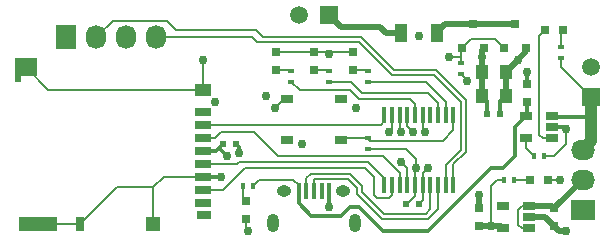
<source format=gtl>
G04 #@! TF.FileFunction,Copper,L1,Top,Signal*
%FSLAX46Y46*%
G04 Gerber Fmt 4.6, Leading zero omitted, Abs format (unit mm)*
G04 Created by KiCad (PCBNEW 4.0.2-stable) date Sun 10 Apr 2016 09:46:26 PM EDT*
%MOMM*%
G01*
G04 APERTURE LIST*
%ADD10C,0.150000*%
%ADD11R,1.727200X2.032000*%
%ADD12O,1.727200X2.032000*%
%ADD13R,1.500000X1.500000*%
%ADD14C,1.500000*%
%ADD15R,1.000000X1.600000*%
%ADD16R,1.100000X0.700000*%
%ADD17R,1.400000X0.700000*%
%ADD18R,1.400000X1.000000*%
%ADD19R,1.200000X0.700000*%
%ADD20R,1.200000X1.200000*%
%ADD21R,0.800000X1.200000*%
%ADD22R,3.200000X1.200000*%
%ADD23R,1.900000X1.500000*%
%ADD24R,0.500000X0.500000*%
%ADD25R,0.450000X1.450000*%
%ADD26R,2.032000X1.727200*%
%ADD27O,2.032000X1.727200*%
%ADD28R,0.750000X0.800000*%
%ADD29R,0.600000X0.500000*%
%ADD30R,1.000000X1.250000*%
%ADD31R,0.797560X0.797560*%
%ADD32R,0.400000X1.350000*%
%ADD33O,1.250000X0.950000*%
%ADD34O,1.000000X1.550000*%
%ADD35R,0.800100X0.800100*%
%ADD36R,0.400000X0.600000*%
%ADD37R,0.600000X0.400000*%
%ADD38R,1.060000X0.650000*%
%ADD39C,0.762000*%
%ADD40C,0.305000*%
%ADD41C,0.203200*%
%ADD42C,0.500000*%
%ADD43C,1.000000*%
G04 APERTURE END LIST*
D10*
D11*
X176657000Y-137033000D03*
D12*
X179197000Y-137033000D03*
X181737000Y-137033000D03*
X184277000Y-137033000D03*
D13*
X198882000Y-135128000D03*
D14*
X196342000Y-135128000D03*
D13*
X221107000Y-142113000D03*
D14*
X221107000Y-139573000D03*
D15*
X208002000Y-136652000D03*
X205002000Y-136652000D03*
D16*
X195362000Y-142268000D03*
X199862000Y-142268000D03*
X195362000Y-145768000D03*
X199862000Y-145768000D03*
D17*
X188222000Y-143358000D03*
X188222000Y-144458000D03*
X188222000Y-145558000D03*
X188222000Y-146658000D03*
X188222000Y-147758000D03*
X188222000Y-148858000D03*
X188222000Y-149958000D03*
X188222000Y-151058000D03*
D18*
X188222000Y-141458000D03*
D19*
X188322000Y-152058000D03*
D20*
X184022000Y-152858000D03*
D21*
X177822000Y-152858000D03*
D22*
X174222000Y-152858000D03*
D23*
X173222000Y-139558000D03*
D24*
X172522000Y-140558000D03*
D25*
X209427000Y-143608000D03*
X208777000Y-143608000D03*
X208127000Y-143608000D03*
X207477000Y-143608000D03*
X206827000Y-143608000D03*
X206177000Y-143608000D03*
X205527000Y-143608000D03*
X204877000Y-143608000D03*
X204227000Y-143608000D03*
X203577000Y-143608000D03*
X203577000Y-149508000D03*
X204227000Y-149508000D03*
X204877000Y-149508000D03*
X205527000Y-149508000D03*
X206177000Y-149508000D03*
X206827000Y-149508000D03*
X207477000Y-149508000D03*
X208127000Y-149508000D03*
X208777000Y-149508000D03*
X209427000Y-149508000D03*
D26*
X220357000Y-151638000D03*
D27*
X220357000Y-149098000D03*
X220357000Y-146558000D03*
D28*
X217932000Y-151523000D03*
X217932000Y-153023000D03*
X211582000Y-153023000D03*
X211582000Y-151523000D03*
X215646000Y-142482000D03*
X215646000Y-140982000D03*
D29*
X189950000Y-146050000D03*
X191050000Y-146050000D03*
D30*
X213852000Y-139954000D03*
X211852000Y-139954000D03*
D29*
X206544000Y-151130000D03*
X205444000Y-151130000D03*
D30*
X213852000Y-141986000D03*
X211852000Y-141986000D03*
D29*
X213402000Y-143510000D03*
X212302000Y-143510000D03*
D31*
X215912700Y-149098000D03*
X217411300Y-149098000D03*
X191897000Y-150888700D03*
X191897000Y-152387300D03*
X218681300Y-136398000D03*
X217182700Y-136398000D03*
X194437000Y-139814300D03*
X194437000Y-138315700D03*
X197612000Y-139814300D03*
X197612000Y-138315700D03*
X200914000Y-139814300D03*
X200914000Y-138315700D03*
D32*
X196311100Y-150075460D03*
X196961100Y-150075460D03*
X197611100Y-150075460D03*
X198261100Y-150075460D03*
X198911100Y-150075460D03*
D33*
X195111100Y-150075460D03*
X200111100Y-150075460D03*
D34*
X194111100Y-152775460D03*
X201111100Y-152775460D03*
D35*
X213680000Y-137906760D03*
X215580000Y-137906760D03*
X214630000Y-135907780D03*
X210124000Y-137906760D03*
X212024000Y-137906760D03*
X211074000Y-135907780D03*
D36*
X214572000Y-149098000D03*
X213672000Y-149098000D03*
X192474000Y-149606000D03*
X191574000Y-149606000D03*
D37*
X218567000Y-138753000D03*
X218567000Y-137853000D03*
X195707000Y-139885000D03*
X195707000Y-140785000D03*
X198882000Y-139885000D03*
X198882000Y-140785000D03*
X202184000Y-139885000D03*
X202184000Y-140785000D03*
D36*
X216212000Y-147066000D03*
X217112000Y-147066000D03*
D37*
X202184000Y-146500000D03*
X202184000Y-145600000D03*
X210058000Y-140150000D03*
X210058000Y-139250000D03*
D38*
X215857000Y-153223000D03*
X215857000Y-152273000D03*
X215857000Y-151323000D03*
X213657000Y-151323000D03*
X213657000Y-153223000D03*
X217762000Y-145603000D03*
X217762000Y-144653000D03*
X217762000Y-143703000D03*
X215562000Y-143703000D03*
X215562000Y-145603000D03*
D39*
X210566000Y-140716000D03*
X214884000Y-138922000D03*
X203962000Y-145034000D03*
X204978000Y-147574000D03*
X209042000Y-138684000D03*
X204978000Y-145034000D03*
X205994000Y-145034000D03*
X206502000Y-136906000D03*
X198882000Y-138430000D03*
X196596000Y-146050000D03*
X193548000Y-141986000D03*
X191262000Y-146812000D03*
X188222000Y-138938000D03*
X211852000Y-138684000D03*
X206248000Y-148082000D03*
X218948000Y-144780000D03*
X215646000Y-139954000D03*
X198882000Y-151384000D03*
X192024000Y-153416000D03*
X218440000Y-149098000D03*
X211582000Y-150368000D03*
X218948000Y-153416000D03*
X189738000Y-148844000D03*
X194310000Y-143002000D03*
X190246000Y-147066000D03*
X189230000Y-142494000D03*
X207010000Y-145034000D03*
X201168000Y-143002000D03*
X212598000Y-153023000D03*
X207264000Y-148082000D03*
D40*
X196311100Y-150075460D02*
X196311100Y-151099100D01*
X214630000Y-144635000D02*
X215562000Y-143703000D01*
X214630000Y-147066000D02*
X214630000Y-144635000D01*
X213614000Y-148082000D02*
X214630000Y-147066000D01*
X212598000Y-148082000D02*
X213614000Y-148082000D01*
X207264000Y-153416000D02*
X212598000Y-148082000D01*
X203454000Y-153416000D02*
X207264000Y-153416000D01*
X201422000Y-151384000D02*
X203454000Y-153416000D01*
X200660000Y-151384000D02*
X201422000Y-151384000D01*
X199898000Y-152146000D02*
X200660000Y-151384000D01*
X197358000Y-152146000D02*
X199898000Y-152146000D01*
X196311100Y-151099100D02*
X197358000Y-152146000D01*
X215646000Y-142482000D02*
X215646000Y-143619000D01*
X215646000Y-143619000D02*
X215562000Y-143703000D01*
D41*
X196311100Y-150075460D02*
X196311100Y-149575100D01*
X196311100Y-149575100D02*
X195834000Y-149098000D01*
X195834000Y-149098000D02*
X192982000Y-149098000D01*
X192982000Y-149098000D02*
X192474000Y-149606000D01*
X210058000Y-140150000D02*
X210566000Y-140658000D01*
X210566000Y-140658000D02*
X210566000Y-140716000D01*
X210058000Y-140150000D02*
X210058000Y-140208000D01*
D40*
X213402000Y-143510000D02*
X213402000Y-142436000D01*
X213402000Y-142436000D02*
X213852000Y-141986000D01*
D42*
X213852000Y-139954000D02*
X214884000Y-138922000D01*
X214884000Y-138922000D02*
X215580000Y-138226000D01*
X215580000Y-138226000D02*
X215580000Y-137906760D01*
X213852000Y-141986000D02*
X213852000Y-139954000D01*
D41*
X215857000Y-151323000D02*
X215199000Y-151323000D01*
X215199000Y-153223000D02*
X215857000Y-153223000D01*
X214884000Y-152908000D02*
X215199000Y-153223000D01*
X214884000Y-151638000D02*
X214884000Y-152908000D01*
X215199000Y-151323000D02*
X214884000Y-151638000D01*
D42*
X217932000Y-151523000D02*
X217732000Y-151323000D01*
X217732000Y-151323000D02*
X215857000Y-151323000D01*
X220357000Y-149098000D02*
X217932000Y-151523000D01*
D41*
X202184000Y-145600000D02*
X202380000Y-145796000D01*
X202380000Y-145796000D02*
X208534000Y-145796000D01*
X209427000Y-144903000D02*
X209427000Y-143608000D01*
X208534000Y-145796000D02*
X209427000Y-144903000D01*
X199862000Y-145768000D02*
X200030000Y-145600000D01*
X200030000Y-145600000D02*
X202184000Y-145600000D01*
X204227000Y-143608000D02*
X204227000Y-144769000D01*
X204227000Y-144769000D02*
X203962000Y-145034000D01*
X205527000Y-148123000D02*
X204978000Y-147574000D01*
X205527000Y-149508000D02*
X205527000Y-148123000D01*
X209042000Y-138684000D02*
X210058000Y-138684000D01*
X210124000Y-137906760D02*
X210058000Y-137972760D01*
X210058000Y-137972760D02*
X210058000Y-138684000D01*
X210058000Y-138684000D02*
X210058000Y-139250000D01*
X213680000Y-137906760D02*
X212933240Y-137160000D01*
X210870760Y-137160000D02*
X210124000Y-137906760D01*
X212933240Y-137160000D02*
X210870760Y-137160000D01*
X204877000Y-144933000D02*
X204978000Y-145034000D01*
X204877000Y-143608000D02*
X204877000Y-144933000D01*
X205527000Y-143608000D02*
X205527000Y-144567000D01*
X205527000Y-144567000D02*
X205994000Y-145034000D01*
X195707000Y-140785000D02*
X196400000Y-141478000D01*
X206177000Y-142677000D02*
X206177000Y-143608000D01*
X205740000Y-142240000D02*
X206177000Y-142677000D01*
X201422000Y-142240000D02*
X205740000Y-142240000D01*
X200660000Y-141478000D02*
X201422000Y-142240000D01*
X196400000Y-141478000D02*
X200660000Y-141478000D01*
X188222000Y-144458000D02*
X203268000Y-144458000D01*
X203268000Y-144458000D02*
X203577000Y-144149000D01*
X203577000Y-144149000D02*
X203577000Y-143608000D01*
X204227000Y-149508000D02*
X204227000Y-150357000D01*
X189894000Y-149958000D02*
X188222000Y-149958000D01*
X191770000Y-148082000D02*
X189894000Y-149958000D01*
X201930000Y-148082000D02*
X191770000Y-148082000D01*
X202692000Y-148844000D02*
X201930000Y-148082000D01*
X202692000Y-150368000D02*
X202692000Y-148844000D01*
X202946000Y-150622000D02*
X202692000Y-150368000D01*
X203962000Y-150622000D02*
X202946000Y-150622000D01*
X204227000Y-150357000D02*
X203962000Y-150622000D01*
X194564000Y-147066000D02*
X203454000Y-147066000D01*
X188222000Y-145558000D02*
X189214000Y-145558000D01*
X203454000Y-147066000D02*
X204877000Y-148489000D01*
X204877000Y-148489000D02*
X204877000Y-149508000D01*
X192532000Y-145034000D02*
X194564000Y-147066000D01*
X189738000Y-145034000D02*
X192532000Y-145034000D01*
X189214000Y-145558000D02*
X189738000Y-145034000D01*
X188222000Y-147758000D02*
X191078000Y-147758000D01*
X202184000Y-147574000D02*
X203577000Y-148967000D01*
X191262000Y-147574000D02*
X202184000Y-147574000D01*
X191078000Y-147758000D02*
X191262000Y-147574000D01*
X203577000Y-148967000D02*
X203577000Y-149508000D01*
X203577000Y-148967000D02*
X203577000Y-149508000D01*
X202184000Y-140785000D02*
X207079000Y-140785000D01*
X208777000Y-142483000D02*
X208777000Y-143608000D01*
X207079000Y-140785000D02*
X208777000Y-142483000D01*
X207477000Y-149508000D02*
X207477000Y-151612260D01*
X201676000Y-149606000D02*
X201676000Y-150114000D01*
X196961100Y-148986900D02*
X196961100Y-150075460D01*
X197358000Y-148590000D02*
X196961100Y-148986900D01*
X200660000Y-148590000D02*
X197358000Y-148590000D01*
X200660000Y-148590000D02*
X201676000Y-149606000D01*
X203555598Y-151993598D02*
X201676000Y-150114000D01*
X207095662Y-151993598D02*
X203555598Y-151993598D01*
X207477000Y-151612260D02*
X207095662Y-151993598D01*
X201269598Y-150282338D02*
X203387260Y-152400000D01*
X201269598Y-149774338D02*
X201269598Y-150282338D01*
X197611100Y-150075460D02*
X197611100Y-148997302D01*
X197612000Y-148996402D02*
X200491662Y-148996402D01*
X197611100Y-148997302D02*
X197612000Y-148996402D01*
X200491662Y-148996402D02*
X201269598Y-149774338D01*
X208127000Y-151537000D02*
X208127000Y-149508000D01*
X207264000Y-152400000D02*
X208127000Y-151537000D01*
X203387260Y-152400000D02*
X207264000Y-152400000D01*
X198882000Y-140785000D02*
X200729000Y-140785000D01*
X208127000Y-142595000D02*
X208127000Y-143608000D01*
X207264000Y-141732000D02*
X208127000Y-142595000D01*
X201676000Y-141732000D02*
X207264000Y-141732000D01*
X200729000Y-140785000D02*
X201676000Y-141732000D01*
X200914000Y-138315700D02*
X198996300Y-138315700D01*
X198767700Y-138315700D02*
X198882000Y-138430000D01*
X198767700Y-138315700D02*
X197612000Y-138315700D01*
X198996300Y-138315700D02*
X198882000Y-138430000D01*
D40*
X191050000Y-146050000D02*
X191050000Y-146092000D01*
X191050000Y-146092000D02*
X191262000Y-146304000D01*
X191262000Y-146304000D02*
X191262000Y-146812000D01*
D41*
X205444000Y-151130000D02*
X205486000Y-151130000D01*
X205486000Y-151130000D02*
X206177000Y-150439000D01*
X206177000Y-150439000D02*
X206177000Y-149508000D01*
X188230000Y-141458000D02*
X188230000Y-139184000D01*
X188361700Y-139077700D02*
X188222000Y-138938000D01*
X194437000Y-138315700D02*
X197612000Y-138315700D01*
D40*
X212302000Y-143510000D02*
X212302000Y-142436000D01*
X212302000Y-142436000D02*
X211852000Y-141986000D01*
D42*
X211852000Y-139954000D02*
X211852000Y-141986000D01*
X212024000Y-137906760D02*
X211852000Y-138078760D01*
X211852000Y-138078760D02*
X211852000Y-138684000D01*
X211852000Y-138684000D02*
X211852000Y-139954000D01*
D41*
X202184000Y-146500000D02*
X205428000Y-146500000D01*
X206177000Y-148153000D02*
X206177000Y-149508000D01*
X206248000Y-148082000D02*
X206177000Y-148153000D01*
X206248000Y-147320000D02*
X206248000Y-148082000D01*
X205428000Y-146500000D02*
X206248000Y-147320000D01*
X217112000Y-147066000D02*
X217932000Y-147066000D01*
D40*
X218821000Y-144653000D02*
X218948000Y-144780000D01*
X218821000Y-144653000D02*
X217762000Y-144653000D01*
D41*
X218948000Y-146050000D02*
X218948000Y-144780000D01*
X217932000Y-147066000D02*
X218948000Y-146050000D01*
D40*
X215646000Y-140982000D02*
X215646000Y-139954000D01*
X217635000Y-144780000D02*
X217762000Y-144653000D01*
X198911100Y-150075460D02*
X198911100Y-151354900D01*
X198911100Y-151354900D02*
X198882000Y-151384000D01*
D41*
X191897000Y-152387300D02*
X191897000Y-153289000D01*
X191897000Y-153289000D02*
X192024000Y-153416000D01*
X217411300Y-149098000D02*
X218440000Y-149098000D01*
D42*
X211582000Y-151523000D02*
X211582000Y-150368000D01*
X215857000Y-152273000D02*
X217182000Y-152273000D01*
X217182000Y-152273000D02*
X217932000Y-153023000D01*
X217932000Y-153023000D02*
X218325000Y-153416000D01*
X218325000Y-153416000D02*
X218948000Y-153416000D01*
D40*
X188230000Y-141458000D02*
X188250000Y-141478000D01*
D41*
X173222000Y-139558000D02*
X175122000Y-141458000D01*
X175122000Y-141458000D02*
X188230000Y-141458000D01*
X184022000Y-149734000D02*
X180946000Y-149734000D01*
X180946000Y-149734000D02*
X177822000Y-152858000D01*
X188222000Y-148858000D02*
X184898000Y-148858000D01*
X184022000Y-149734000D02*
X184022000Y-152858000D01*
X184898000Y-148858000D02*
X184022000Y-149734000D01*
D40*
X188222000Y-148858000D02*
X189724000Y-148858000D01*
X189724000Y-148858000D02*
X189738000Y-148844000D01*
D41*
X174222000Y-152858000D02*
X177822000Y-152858000D01*
X187940000Y-141458000D02*
X188230000Y-141458000D01*
X172522000Y-140558000D02*
X172522000Y-140258000D01*
X172522000Y-140258000D02*
X173222000Y-139558000D01*
D40*
X188230000Y-141458000D02*
X188210000Y-141478000D01*
X188222000Y-148858000D02*
X188208000Y-148844000D01*
D41*
X195362000Y-142268000D02*
X195044000Y-142268000D01*
X195044000Y-142268000D02*
X194310000Y-143002000D01*
D40*
X189590000Y-146410000D02*
X190246000Y-147066000D01*
X188222000Y-146658000D02*
X189342000Y-146658000D01*
X189342000Y-146658000D02*
X189590000Y-146410000D01*
X189590000Y-146410000D02*
X189950000Y-146050000D01*
D41*
X206827000Y-149508000D02*
X206827000Y-150847000D01*
X206827000Y-150847000D02*
X206544000Y-151130000D01*
X206827000Y-143608000D02*
X206827000Y-144851000D01*
X206827000Y-144851000D02*
X207010000Y-145034000D01*
X195362000Y-142268000D02*
X195334000Y-142240000D01*
X213672000Y-149098000D02*
X213106000Y-149098000D01*
X212598000Y-149606000D02*
X212598000Y-153023000D01*
X213106000Y-149098000D02*
X212598000Y-149606000D01*
D42*
X213657000Y-153223000D02*
X213457000Y-153023000D01*
X213457000Y-153023000D02*
X212598000Y-153023000D01*
X212598000Y-153023000D02*
X211582000Y-153023000D01*
D41*
X206827000Y-149508000D02*
X206827000Y-148519000D01*
X206827000Y-148519000D02*
X207264000Y-148082000D01*
D40*
X188222000Y-146658000D02*
X188122000Y-146558000D01*
X188222000Y-146658000D02*
X188322000Y-146558000D01*
D41*
X184277000Y-137033000D02*
X192405000Y-137033000D01*
X192405000Y-137033000D02*
X192786000Y-137414000D01*
X192786000Y-137414000D02*
X201422000Y-137414000D01*
X201422000Y-137414000D02*
X204216000Y-140208000D01*
X204216000Y-140208000D02*
X207772000Y-140208000D01*
X207772000Y-140208000D02*
X210058000Y-142494000D01*
X210058000Y-142494000D02*
X210058000Y-146558000D01*
X210058000Y-146558000D02*
X208777000Y-147839000D01*
X208777000Y-147839000D02*
X208777000Y-149508000D01*
X179197000Y-137033000D02*
X180594000Y-135636000D01*
X209427000Y-147763740D02*
X209427000Y-149508000D01*
X210464402Y-146726338D02*
X209427000Y-147763740D01*
X210464402Y-142325662D02*
X210464402Y-146726338D01*
X207940338Y-139801598D02*
X210464402Y-142325662D01*
X204384338Y-139801598D02*
X207940338Y-139801598D01*
X201590338Y-137007598D02*
X204384338Y-139801598D01*
X193294000Y-137007598D02*
X201590338Y-137007598D01*
X192684402Y-136398000D02*
X193294000Y-137007598D01*
X185928000Y-136398000D02*
X192684402Y-136398000D01*
X185166000Y-135636000D02*
X185928000Y-136398000D01*
X180594000Y-135636000D02*
X185166000Y-135636000D01*
X218567000Y-138753000D02*
X218567000Y-139573000D01*
X218567000Y-139573000D02*
X221107000Y-142113000D01*
D40*
X217762000Y-143703000D02*
X217823000Y-143764000D01*
X217823000Y-143764000D02*
X221107000Y-143764000D01*
D43*
X221107000Y-142113000D02*
X221107000Y-143764000D01*
X221107000Y-143764000D02*
X221107000Y-145808000D01*
X221107000Y-145808000D02*
X220357000Y-146558000D01*
D42*
X211074000Y-135907780D02*
X208746220Y-135907780D01*
X208746220Y-135907780D02*
X208002000Y-136652000D01*
X214630000Y-135907780D02*
X211074000Y-135907780D01*
X203200000Y-136144000D02*
X199898000Y-136144000D01*
X199898000Y-136144000D02*
X198882000Y-135128000D01*
X205002000Y-136652000D02*
X203708000Y-136652000D01*
X203708000Y-136652000D02*
X203200000Y-136144000D01*
D41*
X217762000Y-145603000D02*
X216977000Y-145603000D01*
X216662000Y-136918700D02*
X217182700Y-136398000D01*
X216662000Y-145288000D02*
X216662000Y-136918700D01*
X216977000Y-145603000D02*
X216662000Y-145288000D01*
X215562000Y-145603000D02*
X215562000Y-146416000D01*
X215562000Y-146416000D02*
X216212000Y-147066000D01*
X200914000Y-139814300D02*
X202113300Y-139814300D01*
X202113300Y-139814300D02*
X202184000Y-139885000D01*
X214572000Y-149098000D02*
X215912700Y-149098000D01*
X191574000Y-149606000D02*
X191574000Y-150565700D01*
X191574000Y-150565700D02*
X191897000Y-150888700D01*
X218681300Y-136398000D02*
X218567000Y-136512300D01*
X218567000Y-136512300D02*
X218567000Y-137853000D01*
X194437000Y-139814300D02*
X195636300Y-139814300D01*
X195636300Y-139814300D02*
X195707000Y-139885000D01*
X197612000Y-139814300D02*
X198811300Y-139814300D01*
X198811300Y-139814300D02*
X198882000Y-139885000D01*
M02*

</source>
